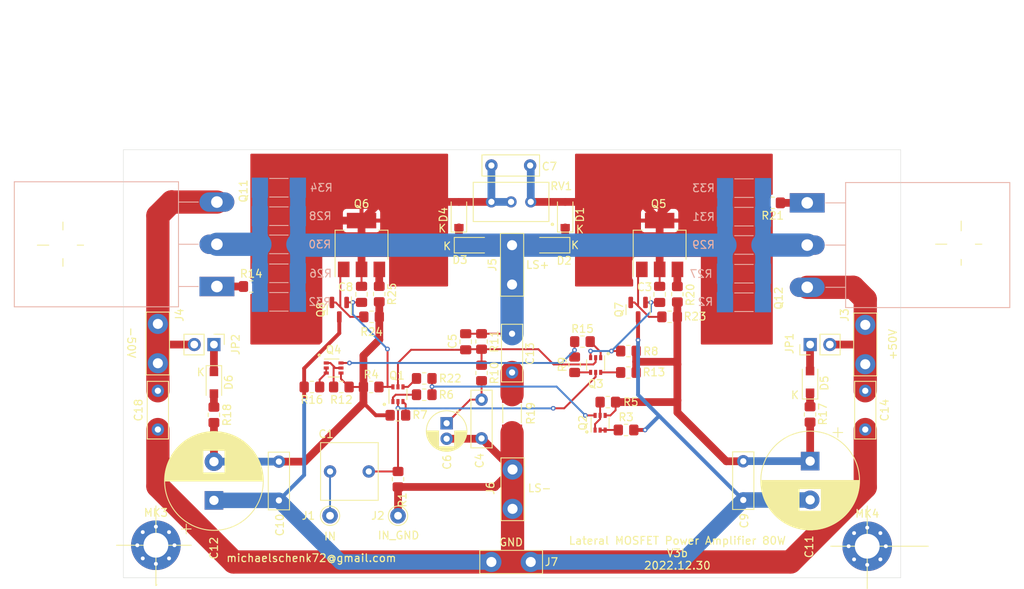
<source format=kicad_pcb>
(kicad_pcb (version 20211014) (generator pcbnew)
  (layers (0 "F.Cu" signal) (31 "B.Cu" signal) (34 "B.Paste" user) (35 "F.Paste" user) (36 "B.SilkS" user "B.Silkscreen") (37 "F.SilkS" user "F.Silkscreen") (38 "B.Mask" user) (39 "F.Mask" user) (44 "Edge.Cuts" user))
  (net 0 "")
  (net 1 "Net-(C1-Pad2)")
  (net 2 "Net-(C1-Pad1)")
  (net 3 "GND")
  (net 4 "Net-(Q4-Pad1)")
  (net 5 "Net-(C4-Pad1)")
  (net 6 "Net-(C3-Pad2)")
  (net 7 "Net-(C13-Pad1)")
  (net 8 "Net-(C3-Pad1)")
  (net 9 "Net-(C7-Pad1)")
  (net 10 "Net-(C11-Pad1)")
  (net 11 "Net-(C10-Pad2)")
  (net 12 "Net-(C13-Pad2)")
  (net 13 "Net-(D1-Pad1)")
  (net 14 "Net-(D3-Pad1)")
  (net 15 "Net-(D5-Pad1)")
  (net 16 "Net-(D6-Pad2)")
  (net 17 "Net-(D6-Pad1)")
  (net 18 "Net-(Q11-Pad1)")
  (net 19 "Net-(C14-Pad1)")
  (net 20 "Net-(Q1-Pad1)")
  (net 21 "Net-(C5-Pad2)")
  (net 22 "Net-(Q5-Pad3)")
  (net 23 "Net-(Q2-Pad2)")
  (net 24 "Net-(Q2-Pad1)")
  (net 25 "Net-(C8-Pad2)")
  (net 26 "Net-(C18-Pad2)")
  (net 27 "Net-(Q1-Pad4)")
  (net 28 "Net-(D5-Pad2)")
  (net 29 "Net-(Q3-Pad1)")
  (net 30 "Net-(Q3-Pad4)")
  (net 31 "Net-(Q3-Pad6)")
  (net 32 "Net-(Q4-Pad2)")
  (net 33 "Net-(Q4-Pad6)")
  (net 34 "Net-(Q5-Pad1)")
  (net 35 "Net-(Q6-Pad1)")
  (net 36 "Net-(Q6-Pad3)")
  (net 37 "Net-(Q12-Pad1)")
  (net 38 "Net-(Q1-Pad3)")
  (net 39 "Net-(Q2-Pad6)")
  (net 40 "Net-(Q11-Pad2)")
  (net 41 "Net-(Q12-Pad2)")
  (footprint "Resistor_SMD:R_0805_2012Metric_Pad1.20x1.40mm_HandSolder" (layer "F.Cu") (at 180.721 63.23 90)
    (fp_text reference "R20")
    (fp_text value "39R")
  )
  (footprint "Capacitor_THT:C_Rect_L7.2mm_W7.2mm_P5.00mm_FKS2_FKP2_MKS2_MKP2" (layer "F.Cu") (at 140.89 86.106 180)
    (fp_text reference "C1")
    (fp_text value "3.3uF")
  )
  (footprint "Capacitor_THT:CP_Radial_D5.0mm_P2.00mm" (layer "F.Cu") (at 150.9395 79.883 -90)
    (fp_text reference "C4")
    (fp_text value "47u/16V")
  )
  (footprint "Capacitor_SMD:C_0805_2012Metric_Pad1.18x1.45mm_HandSolder" (layer "F.Cu") (at 153.4 69.3625 -90)
    (fp_text reference "C5")
    (fp_text value "4.7pF")
  )
  (footprint "Capacitor_THT:C_Rect_L7.2mm_W2.5mm_P5.00mm_FKS2_FKP2_MKS2_MKP2" (layer "F.Cu") (at 155.448 76.835 -90)
    (fp_text reference "C6")
    (fp_text value "100n")
  )
  (footprint "Capacitor_THT:C_Rect_L7.2mm_W2.5mm_P5.00mm_FKS2_FKP2_MKS2_MKP2" (layer "F.Cu") (at 189.23 84.789 -90)
    (fp_text reference "C9")
    (fp_text value "100n")
  )
  (footprint "Capacitor_THT:CP_Radial_D12.5mm_P5.00mm" (layer "F.Cu") (at 197.866 84.7725 -90)
    (fp_text reference "C11")
    (fp_text value "220u/100V")
  )
  (footprint "Capacitor_THT:C_Rect_L7.2mm_W2.5mm_P5.00mm_FKS2_FKP2_MKS2_MKP2" (layer "F.Cu") (at 159.385 68.326 -90)
    (fp_text reference "C13")
    (fp_text value "22n")
  )
  (footprint "Diode_SMD:D_SOD-123" (layer "F.Cu") (at 166.243 52.958 90)
    (fp_text reference "D1")
    (fp_text value "1N914")
  )
  (footprint "Diode_SMD:D_SOD-123" (layer "F.Cu") (at 164.592 56.896 180)
    (fp_text reference "D2")
    (fp_text value "12V/0.5W")
  )
  (footprint "Diode_SMD:D_SOD-123" (layer "F.Cu") (at 154.178 56.896)
    (fp_text reference "D3")
    (fp_text value "1N914")
  )
  (footprint "Diode_SMD:D_SOD-123" (layer "F.Cu") (at 152.527 52.958 90)
    (fp_text reference "D4")
    (fp_text value "12V/0.5W")
  )
  (footprint "Diode_SMD:D_SOD-123F" (layer "F.Cu") (at 197.85 74.55 90)
    (fp_text reference "D5")
    (fp_text value "SM4002PL-TP")
  )
  (footprint "Connector_Pin:Pin_D1.0mm_L10.0mm" (layer "F.Cu") (at 135.89 91.821)
    (fp_text reference "J1")
    (fp_text value "Conn_01x01")
  )
  (footprint "Connector_Pin:Pin_D1.0mm_L10.0mm" (layer "F.Cu") (at 144.6657 91.821)
    (fp_text reference "J2")
    (fp_text value "Conn_01x01")
  )
  (footprint "kicad-snk:TE-726386-2_Pitch5.08mm_Drill1.3mm" (layer "F.Cu") (at 204.978 72.263 90)
    (fp_text reference "J3")
    (fp_text value "+50V")
  )
  (footprint "kicad-snk:TE-726386-2_Pitch5.08mm_Drill1.3mm" (layer "F.Cu") (at 159.385 61.976 90)
    (fp_text reference "J5")
    (fp_text value "LS+")
  )
  (footprint "kicad-snk:TE-726386-2_Pitch5.08mm_Drill1.3mm" (layer "F.Cu") (at 159.4485 85.852 -90)
    (fp_text reference "J6")
    (fp_text value "LS-")
  )
  (footprint "kicad-snk:TE-726386-2_Pitch5.08mm_Drill1.3mm" (layer "F.Cu") (at 156.718 97.79)
    (fp_text reference "J7")
    (fp_text value "GND")
  )
  (footprint "MountingHole:MountingHole_3.2mm_M3_Pad_Via" (layer "F.Cu") (at 113.411 95.631)
    (fp_text reference "MK3")
    (fp_text value "Mounting_Hole_PAD")
  )
  (footprint "MountingHole:MountingHole_3.2mm_M3_Pad_Via" (layer "F.Cu") (at 205.232 95.758)
    (fp_text reference "MK4")
    (fp_text value "Mounting_Hole_PAD")
  )
  (footprint "Resistor_SMD:R_0805_2012Metric_Pad1.20x1.40mm_HandSolder" (layer "F.Cu") (at 144.6657 87.106 -90)
    (fp_text reference "R1")
    (fp_text value "22k")
  )
  (footprint "Resistor_SMD:R_0805_2012Metric_Pad1.20x1.40mm_HandSolder" (layer "F.Cu") (at 174.1 80.75)
    (fp_text reference "R3")
    (fp_text value "22k/0.25W")
  )
  (footprint "Resistor_SMD:R_0805_2012Metric_Pad1.20x1.40mm_HandSolder" (layer "F.Cu") (at 171.75 77.15 180)
    (fp_text reference "R5")
    (fp_text value "430R")
  )
  (footprint "Resistor_SMD:R_0805_2012Metric_Pad1.20x1.40mm_HandSolder" (layer "F.Cu") (at 148.05 76.2 180)
    (fp_text reference "R6")
    (fp_text value "100R")
  )
  (footprint "Resistor_SMD:R_0805_2012Metric_Pad1.20x1.40mm_HandSolder" (layer "F.Cu") (at 155.448 73.39 -90)
    (fp_text reference "R10")
    (fp_text value "1k")
  )
  (footprint "Resistor_SMD:R_0805_2012Metric_Pad1.20x1.40mm_HandSolder" (layer "F.Cu") (at 155.448 69.326 -90)
    (fp_text reference "R11")
    (fp_text value "22k")
  )
  (footprint "Resistor_SMD:R_0805_2012Metric_Pad1.20x1.40mm_HandSolder" (layer "F.Cu") (at 125.714 62.23)
    (fp_text reference "R14")
    (fp_text value "220R")
  )
  (footprint "Resistor_SMD:R_0805_2012Metric_Pad1.20x1.40mm_HandSolder" (layer "F.Cu") (at 197.85 78.75 90)
    (fp_text reference "R17")
    (fp_text value "100R/0.25W")
  )
  (footprint "Resistor_SMD:R_MELF_MMB-0207" (layer "F.Cu") (at 159.385 78.65 -90)
    (fp_text reference "R19")
    (fp_text value "6.8R/1W")
  )
  (footprint "Resistor_SMD:R_0805_2012Metric_Pad1.20x1.40mm_HandSolder" (layer "F.Cu") (at 193.024 51.435 180)
    (fp_text reference "R21")
    (fp_text value "220R")
  )
  (footprint "Capacitor_THT:C_Rect_L7.2mm_W2.5mm_P5.00mm_FKS2_FKP2_MKS2_MKP2" (layer "F.Cu") (at 204.978 75.692 -90)
    (fp_text reference "C14")
    (fp_text value "100n")
  )
  (footprint "Resistor_SMD:R_0805_2012Metric_Pad1.20x1.40mm_HandSolder" (layer "F.Cu") (at 120.9 78.8 -90)
    (fp_text reference "R18")
    (fp_text value "100R/0.25W")
  )
  (footprint "Capacitor_THT:C_Rect_L7.2mm_W2.5mm_P5.00mm_FKS2_FKP2_MKS2_MKP2" (layer "F.Cu") (at 129.286 89.836 90)
    (fp_text reference "C10")
    (fp_text value "100n")
  )
  (footprint "Capacitor_THT:CP_Radial_D12.5mm_P5.00mm" (layer "F.Cu") (at 120.904 89.836 90)
    (fp_text reference "C12")
    (fp_text value "220u/100V")
  )
  (footprint "Resistor_SMD:R_0805_2012Metric_Pad1.20x1.40mm_HandSolder" (layer "F.Cu") (at 144.65 78.85 180)
    (fp_text reference "R7")
    (fp_text value "2k2")
  )
  (footprint "Resistor_SMD:R_0805_2012Metric_Pad1.20x1.40mm_HandSolder" (layer "F.Cu") (at 141.2 75.2 180)
    (fp_text reference "R4")
    (fp_text value "2k2")
  )
  (footprint "Package_TO_SOT_SMD:SOT-223-3_TabPin2" (layer "F.Cu") (at 178.435 56.871 90)
    (fp_text reference "Q5")
    (fp_text value "DZT5401")
  )
  (footprint "Package_TO_SOT_SMD:SOT-223-3_TabPin2" (layer "F.Cu") (at 139.954 56.871 90)
    (fp_text reference "Q6")
    (fp_text value "DZT5551")
  )
  (footprint "Package_TO_SOT_SMD:SOT-363_SC-70-6" (layer "F.Cu") (at 144.6555 76.134 90)
    (fp_text reference "Q1")
    (fp_text value "BCM856BS,115")
  )
  (footprint "Package_TO_SOT_SMD:SOT-363_SC-70-6" (layer "F.Cu") (at 170.7515 79.8195 90)
    (fp_text reference "Q2")
    (fp_text value "BCM856BS,115")
  )
  (footprint "kicad-snk:TE-726386-2_Pitch5.08mm_Drill1.3mm" (layer "F.Cu") (at 113.665 72.136 90)
    (fp_text reference "J4")
    (fp_text value "-50V")
  )
  (footprint "Capacitor_THT:C_Rect_L7.2mm_W2.5mm_P5.00mm_FKS2_FKP2_MKS2_MKP2" (layer "F.Cu") (at 113.665 80.692 90)
    (fp_text reference "C18")
    (fp_text value "100n")
  )
  (footprint "Diode_SMD:D_SOD-123F" (layer "F.Cu") (at 120.9 74.65 -90)
    (fp_text reference "D6")
    (fp_text value "SM4002PL-TP")
  )
  (footprint "Capacitor_THT:C_Rect_L7.2mm_W2.5mm_P5.00mm_FKS2_FKP2_MKS2_MKP2" (layer "F.Cu") (at 156.718 46.609)
    (fp_text reference "C7")
    (fp_text value "100n")
  )
  (footprint "Potentiometer_THT:Potentiometer_Bourns_3296W_Vertical" (layer "F.Cu") (at 161.798 51.308)
    (fp_text reference "RV1")
    (fp_text value "500R")
  )
  (footprint "Resistor_SMD:R_0805_2012Metric_Pad1.20x1.40mm_HandSolder" (layer "F.Cu") (at 137.35 75.2 180)
    (fp_text reference "R12")
    (fp_text value "430R")
  )
  (footprint "Resistor_SMD:R_0805_2012Metric_Pad1.20x1.40mm_HandSolder" (layer "F.Cu") (at 167.4622 72.3298 -90)
    (fp_text reference "R9")
    (fp_text value "100R")
  )
  (footprint "Package_TO_SOT_SMD:SOT-363_SC-70-6" (layer "F.Cu") (at 170.1742 72.3646 -90)
    (fp_text reference "Q3")
    (fp_text value "BCM846BS,115")
  )
  (footprint "Resistor_SMD:R_0805_2012Metric_Pad1.20x1.40mm_HandSolder" (layer "F.Cu") (at 148.05 74.1 180)
    (fp_text reference "R22")
    (fp_text value "100R")
  )
  (footprint "Connector_PinHeader_2.54mm:PinHeader_1x02_P2.54mm_Vertical" (layer "F.Cu") (at 120.904 69.723 -90)
    (fp_text reference "JP2")
    (fp_text value "Jump")
  )
  (footprint "Resistor_SMD:R_0805_2012Metric_Pad1.20x1.40mm_HandSolder" (layer "F.Cu") (at 168.4688 69.342)
    (fp_text reference "R15")
    (fp_text value "100R")
  )
  (footprint "Resistor_SMD:R_0805_2012Metric_Pad1.20x1.40mm_HandSolder" (layer "F.Cu") (at 141.25 66.15)
    (fp_text reference "R24")
    (fp_text value "2k2")
  )
  (footprint "Package_TO_SOT_SMD:SOT-23" (layer "F.Cu") (at 175.6562 65.2249 -90)
    (fp_text reference "Q7")
    (fp_text value "BC856B")
  )
  (footprint "Resistor_SMD:R_0805_2012Metric_Pad1.20x1.40mm_HandSolder" (layer "F.Cu") (at 142.24 63.2046 -90)
    (fp_text reference "R25")
    (fp_text value "39R")
  )
  (footprint "Connector_PinHeader_2.54mm:PinHeader_1x02_P2.54mm_Vertical" (layer "F.Cu") (at 197.866 69.723 90)
    (fp_text reference "JP1")
    (fp_text value "Jump")
  )
  (footprint "Capacitor_SMD:C_0805_2012Metric_Pad1.18x1.45mm_HandSolder" (layer "F.Cu") (at 139.954 63.2421 -90)
    (fp_text reference "C8")
    (fp_text value "18p")
  )
  (footprint "Package_TO_SOT_SMD:SOT-363_SC-70-6" (layer "F.Cu") (at 136.35 72.75)
    (fp_text reference "Q4")
    (fp_text value "BCM846BS,115")
  )
  (footprint "Package_TO_SOT_SMD:SOT-23" (layer "F.Cu") (at 137.0838 65.2272 -90)
    (fp_text reference "Q8")
    (fp_text value "BC846B")
  )
  (footprint "Resistor_SMD:R_0805_2012Metric_Pad1.20x1.40mm_HandSolder" (layer "F.Cu") (at 174.4058 73.3298)
    (fp_text reference "R13")
    (fp_text value "2k2")
  )
  (footprint "Resistor_SMD:R_0805_2012Metric_Pad1.20x1.40mm_HandSolder" (layer "F.Cu") (at 174.4058 70.5612)
    (fp_text reference "R8")
    (fp_text value "2k2")
  )
  (footprint "Resistor_SMD:R_0805_2012Metric_Pad1.20x1.40mm_HandSolder" (layer "F.Cu") (at 133.55 75.2 180)
    (fp_text reference "R16")
    (fp_text value "22k/0.25W")
  )
  (footprint "Capacitor_SMD:C_0805_2012Metric_Pad1.18x1.45mm_HandSolder" (layer "F.Cu") (at 178.435 63.2499 -90)
    (fp_text reference "C3")
    (fp_text value "18p")
  )
  (footprint "Resistor_SMD:R_0805_2012Metric_Pad1.20x1.40mm_HandSolder" (layer "F.Cu") (at 179.725 66.15 180)
    (fp_text reference "R23")
    (fp_text value "2k2")
  )
  (footprint "Package_TO_SOT_THT:TO-247-3_Horizontal_TabUp" (layer "B.Cu") (at 121.285 62.23 90)
    (fp_text reference "Q11")
    (fp_text value "ECX10P20")
  )
  (footprint "Package_TO_SOT_THT:TO-247-3_Horizontal_TabUp" (layer "B.Cu") (at 197.485 51.435 -90)
    (fp_text reference "Q12")
    (fp_text value "ECX10N20")
  )
  (footprint "Resistor_SMD:R_MELF_MMB-0207" (layer "B.Cu") (at 189.32 64.262 180)
    (fp_text reference "R2")
    (fp_text value "1R")
  )
  (footprint "Resistor_SMD:R_MELF_MMB-0207" (layer "B.Cu") (at 129.286 56.7944 180)
    (fp_text reference "R30")
    (fp_text value "1R")
  )
  (footprint "Resistor_SMD:R_MELF_MMB-0207" (layer "B.Cu") (at 129.286 53.1524 180)
    (fp_text reference "R28")
    (fp_text value "1R")
  )
  (footprint "Resistor_SMD:R_MELF_MMB-0207" (layer "B.Cu") (at 129.286 64.2112 180)
    (fp_text reference "R32")
    (fp_text value "1R")
  )
  (footprint "Resistor_SMD:R_MELF_MMB-0207" (layer "B.Cu") (at 189.32 60.579 180)
    (fp_text reference "R27")
    (fp_text value "1R")
  )
  (footprint "Resistor_SMD:R_MELF_MMB-0207" (layer "B.Cu") (at 189.32 56.8706 180)
    (fp_text reference "R29")
    (fp_text value "1R")
  )
  (footprint "Resistor_SMD:R_MELF_MMB-0207" (layer "B.Cu") (at 189.3316 49.53 180)
    (fp_text reference "R33")
    (fp_text value "1R")
  )
  (footprint "Resistor_SMD:R_MELF_MMB-0207" (layer "B.Cu") (at 189.32 53.213 180)
    (fp_text reference "R31")
    (fp_text value "1R")
  )
  (footprint "Resistor_SMD:R_MELF_MMB-0207" (layer "B.Cu") (at 129.286 49.4792 180)
    (fp_text reference "R34")
    (fp_text value "1R")
  )
  (footprint "Resistor_SMD:R_MELF_MMB-0207" (layer "B.Cu") (at 129.2838 60.5282 180)
    (fp_text reference "R26")
    (fp_text value "1R")
  )
  (gr_line (start 98.1075 56.896) (end 104.0765 56.896) (layer "F.SilkS") (width 0.12))
  (gr_line (start 101.4095 53.9115) (end 101.4095 59.6265) (layer "F.SilkS") (width 0.12))
  (gr_line (start 213.106 95.758) (end 200.533 95.758) (layer "F.SilkS") (width 0.12))
  (gr_line (start 117.983 95.631) (end 108.331 95.631) (layer "F.SilkS") (width 0.12))
  (gr_line (start 205.232 101.219) (end 205.232 90.551) (layer "F.SilkS") (width 0.12))
  (gr_line (start 217.3605 53.7845) (end 217.3605 59.4995) (layer "F.SilkS") (width 0.12))
  (gr_line (start 214.0585 56.769) (end 220.0275 56.769) (layer "F.SilkS") (width 0.12))
  (gr_line (start 113.411 90.551) (end 113.411 100.838) (layer "F.SilkS") (width 0.12))
  (gr_line (start 113.411 100.838) (end 113.538 100.711) (layer "F.SilkS") (width 0.12))
  (gr_line (start 109.22 99.822) (end 209.55 99.822) (layer "Edge.Cuts") (width 0.05))
  (gr_line (start 109.22 44.577) (end 109.22 99.822) (layer "Edge.Cuts") (width 0.05))
  (gr_line (start 209.55 44.577) (end 209.55 99.822) (layer "Edge.Cuts") (width 0.05))
  (gr_line (start 109.22 44.577) (end 209.55 44.577) (layer "Edge.Cuts") (width 0.05))
  (gr_text "GND" (at 159.258 95.25) (layer "F.SilkS") (effects (font (size 1 1))))
  (gr_text "-50V" (at 110.236 69.469 -90) (layer "F.SilkS") (effects (font (size 1 1))))
  (gr_text "°" (at 164.592 54.61) (layer "F.SilkS") (effects (font (size 1 1))))
  (gr_text "°" (at 169.037 81.407) (layer "F.SilkS") (effects (font (size 1 1))))
  (gr_text "°" (at 142.9 77.85) (layer "F.SilkS") (effects (font (size 1 1))))
  (gr_text "IN" (at 135.89 94.488) (layer "F.SilkS") (effects (font (size 1 1))))
  (gr_text "LS+" (at 162.687 59.436) (layer "F.SilkS") (effects (font (size 1 1))))
  (gr_text "K" (at 119.2 73.3) (layer "F.SilkS") (effects (font (size 1 1))))
  (gr_text "+50V" (at 208.534 69.723 90) (layer "F.SilkS") (effects (font (size 1 1))))
  (gr_text "IN_GND" (at 144.7292 94.361) (layer "F.SilkS") (effects (font (size 1 1))))
  (gr_text "°" (at 171.8 71.3) (layer "F.SilkS") (effects (font (size 1 1))))
  (gr_text "K" (at 167.513 56.896) (layer "F.SilkS") (effects (font (size 1 1))))
  (gr_text "°" (at 134.5 71.5) (layer "F.SilkS") (effects (font (size 1 1))))
  (gr_text "michaelschenk72@gmail.com" (at 133.477 97.282) (layer "F.SilkS") (effects (font (size 1 1))))
  (gr_text "K" (at 195.9 76.25) (layer "F.SilkS") (effects (font (size 1 1))))
  (gr_text "K" (at 151.003 57.023) (layer "F.SilkS") (effects (font (size 1 1))))
  (gr_text "Lateral MOSFET Power Amplifier 80W\nV3b\n2022.12.30" (at 180.721 96.647) (layer "F.SilkS") (effects (font (size 1 1))))
  (gr_text "K" (at 168.148 54.864) (layer "F.SilkS") (effects (font (size 1 1))))
  (gr_text "K" (at 150.368 54.737) (layer "F.SilkS") (effects (font (size 1 1))))
  (gr_text "LS-" (at 162.941 88.265) (layer "F.SilkS") (effects (font (size 1 1))))
  (segment (start 135.89 91.821) (end 135.89 86.106) (width 0.25) (layer "B.Cu") (net 1))
  (segment (start 170.1742 73.3146) (end 170.1742 73.8896) (width 0.25) (layer "F.Cu") (net 2))
  (segment (start 144.6657 77.9547) (end 144.6555 77.9445) (width 0.25) (layer "F.Cu") (net 2))
  (segment (start 144.6657 86.106) (end 144.6657 77.9547) (width 0.25) (layer "F.Cu") (net 2))
  (segment (start 144.6555 77.084) (end 144.6555 77.9445) (width 0.25) (layer "F.Cu") (net 2))
  (segment (start 166.1138 77.95) (end 164.7 77.95) (width 0.25) (layer "F.Cu") (net 2))
  (segment (start 144.6657 86.106) (end 140.89 86.106) (width 0.25) (layer "F.Cu") (net 2))
  (segment (start 170.1742 73.8896) (end 166.1138 77.95) (width 0.25) (layer "F.Cu") (net 2))
  (via (at 144.6555 77.9445) (size 0.6) (drill 0.3) (layers "F.Cu" "B.Cu") (net 2))
  (via (at 164.7 77.95) (size 0.6) (drill 0.3) (layers "F.Cu" "B.Cu") (net 2))
  (segment (start 144.6555 77.9445) (end 144.670511 77.959511) (width 0.25) (layer "B.Cu") (net 2))
  (segment (start 144.670511 77.959511) (end 164.690489 77.959511) (width 0.25) (layer "B.Cu") (net 2))
  (segment (start 164.690489 77.959511) (end 164.7 77.95) (width 0.25) (layer "B.Cu") (net 2))
  (segment (start 137.0838 68.2662) (end 137.0838 66.1647) (width 0.5) (layer "F.Cu") (net 3))
  (segment (start 150.9395 81.883) (end 155.4 81.883) (width 1) (layer "F.Cu") (net 3))
  (segment (start 204.978 88.138) (end 204.978 80.692) (width 3) (layer "F.Cu") (net 3))
  (segment (start 195.326 97.79) (end 204.978 88.138) (width 3) (layer "F.Cu") (net 3))
  (segment (start 159.4485 90.932) (end 159.4485 85.852) (width 3) (layer "F.Cu") (net 3))
  (segment (start 159.893 97.79) (end 161.798 97.79) (width 3) (layer "F.Cu") (net 3))
  (segment (start 176.55 80.75) (end 175.1 80.75) (width 0.5) (layer "F.Cu") (net 3))
  (segment (start 161.798 97.79) (end 195.326 97.79) (width 3) (layer "F.Cu") (net 3))
  (segment (start 159.4485 85.8355) (end 155.448 81.835) (width 1) (layer "F.Cu") (net 3))
  (segment (start 123.444 97.79) (end 113.665 88.011) (width 3) (layer "F.Cu") (net 3))
  (segment (start 156.718 97.79) (end 159.893 97.79) (width 3) (layer "F.Cu") (net 3))
  (segment (start 156.718 97.79) (end 123.444 97.79) (width 3) (layer "F.Cu") (net 3))
  (segment (start 132.55 76.9) (end 132.55 75.2) (width 0.5) (layer "F.Cu") (net 3))
  (segment (start 132.55 72.8) (end 137.0838 68.2662) (width 0.5) (layer "F.Cu") (net 3))
  (segment (start 144.6657 88.106) (end 157.1945 88.106) (width 1) (layer "F.Cu") (net 3))
  (segment (start 132.55 75.2) (end 132.55 72.8) (width 0.5) (layer "F.Cu") (net 3))
  (segment (start 159.385 81.1) (end 159.385 85.7885) (width 3) (layer "F.Cu") (net 3))
  (segment (start 113.665 88.011) (end 113.665 80.692) (width 3) (layer "F.Cu") (net 3))
  (segment (start 144.6657 91.821) (end 144.6657 88.106) (width 1) (layer "F.Cu") (net 3))
  (segment (start 175.65 69.15) (end 175.65 66.1686) (width 0.5) (layer "F.Cu") (net 3))
  (segment (start 159.4485 90.932) (end 159.4485 97.3455) (width 3) (layer "F.Cu") (net 3))
  (segment (start 157.1945 88.106) (end 159.4485 85.852) (width 1) (layer "F.Cu") (net 3))
  (segment (start 159.4485 97.3455) (end 159.893 97.79) (width 3) (layer "F.Cu") (net 3))
  (segment (start 159.385 85.7885) (end 159.4485 85.852) (width 3) (layer "F.Cu") (net 3))
  (via (at 175.65 69.15) (size 0.6) (drill 0.3) (layers "F.Cu" "B.Cu") (net 3))
  (via (at 132.55 76.9) (size 0.6) (drill 0.3) (layers "F.Cu" "B.Cu") (net 3))
  (via (at 176.55 80.75) (size 0.6) (drill 0.3) (layers "F.Cu" "B.Cu") (net 3))
  (segment (start 132.55 86.572) (end 132.55 76.9) (width 0.5) (layer "B.Cu") (net 3))
  (segment (start 175.65 76.209) (end 175.65 69.15) (width 0.5) (layer "B.Cu") (net 3))
  (segment (start 178.4455 79.0045) (end 178.2955 79.0045) (width 0.5) (layer "B.Cu") (net 3))
  (segment (start 178.2955 79.0045) (end 176.55 80.75) (width 0.5) (layer "B.Cu") (net 3))
  (segment (start 175.65 76.209) (end 178.4455 79.0045) (width 0.5) (layer "B.Cu") (net 3))
  (segment (start 181.229 97.79) (end 189.23 89.789) (width 2) (layer "B.Cu") (net 3))
  (segment (start 129.286 89.836) (end 132.55 86.572) (width 0.5) (layer "B.Cu") (net 3))
  (segment (start 137.24 97.79) (end 129.286 89.836) (width 2) (layer "B.Cu") (net 3))
  (segment (start 189.23 89.789) (end 197.8495 89.789) (width 2) (layer "B.Cu") (net 3))
  (segment (start 156.718 97.79) (end 137.24 97.79) (width 2) (layer "B.Cu") (net 3))
  (segment (start 129.286 89.836) (end 120.904 89.836) (width 2) (layer "B.Cu") (net 3))
  (segment (start 161.798 97.79) (end 181.229 97.79) (width 2) (layer "B.Cu") (net 3))
  (segment (start 178.4455 79.0045) (end 189.23 89.789) (width 0.5) (layer "B.Cu") (net 3))
  (segment (start 136.362011 72.537989) (end 135.924022 72.1) (width 0.25) (layer "F.Cu") (net 4))
  (segment (start 136.35 72.55) (end 136.362011 72.537989) (width 0.25) (layer "F.Cu") (net 4))
  (segment (start 135.924022 72.1) (end 135.4 72.1) (width 0.25) (layer "F.Cu") (net 4))
  (segment (start 136.35 75.2) (end 136.35 72.55) (width 0.25) (layer "F.Cu") (net 4))
  (segment (start 137.3 72.75) (end 136.574022 72.75) (width 0.25) (layer "F.Cu") (net 4))
  (segment (start 136.574022 72.75) (end 136.362011 72.537989) (width 0.25) (layer "F.Cu") (net 4))
  (segment (start 155.448 76.835) (end 153.9875 76.835) (width 0.25) (layer "F.Cu") (net 5))
  (segment (start 153.9875 76.835) (end 150.9395 79.883) (width 0.25) (layer "F.Cu") (net 5))
  (segment (start 155.448 76.835) (end 155.448 74.39) (width 0.25) (layer "F.Cu") (net 5))
  (segment (start 172.212 70.5612) (end 173.4058 70.5612) (width 0.25) (layer "F.Cu") (net 6))
  (segment (start 169.5242 70.5658) (end 169.5196 70.5612) (width 0.25) (layer "F.Cu") (net 6))
  (segment (start 169.5242 71.4146) (end 169.5242 70.5658) (width 0.25) (layer "F.Cu") (net 6))
  (segment (start 177.3126 64.2874) (end 176.6062 64.2874) (width 0.25) (layer "F.Cu") (net 6))
  (segment (start 178.435 64.2874) (end 177.3126 64.2874) (width 0.25) (layer "F.Cu") (net 6))
  (via (at 177.3126 64.2874) (size 0.6) (drill 0.3) (layers "F.Cu" "B.Cu") (net 6))
  (via (at 169.5196 70.5612) (size 0.6) (drill 0.3) (layers "F.Cu" "B.Cu") (net 6))
  (via (at 172.212 70.5612) (size 0.6) (drill 0.3) (layers "F.Cu" "B.Cu") (net 6))
  (segment (start 169.5196 70.5612) (end 172.212 70.5612) (width 0.25) (layer "B.Cu") (net 6))
  (segment (start 172.212 70.5612) (end 177.3126 65.4606) (width 0.25) (layer "B.Cu") (net 6))
  (segment (start 177.3126 65.4606) (end 177.3126 64.2874) (width 0.25) (layer "B.Cu") (net 6))
  (segment (start 155.448 68.326) (end 153.401 68.326) (width 0.25) (layer "F.Cu") (net 7))
  (segment (start 162.942 56.896) (end 159.385 56.896) (width 1) (layer "F.Cu") (net 7))
  (segment (start 159.385 68.326) (end 155.448 68.326) (width 0.25) (layer "F.Cu") (net 7))
  (segment (start 155.828 56.896) (end 159.385 56.896) (width 1) (layer "F.Cu") (net 7))
  (segment (start 131.8376 56.896) (end 131.736 56.7944) (width 3) (layer "B.Cu") (net 7))
  (segment (start 186.87 64.262) (end 186.87 49.5416) (width 2) (layer "B.Cu") (net 7))
  (segment (start 131.736 64.2112) (end 131.736 49.4792) (width 2) (layer "B.Cu") (net 7))
  (segment (start 159.385 61.976) (end 159.385 56.896) (width 3) (layer "B.Cu") (net 7))
  (segment (start 159.385 56.896) (end 131.8376 56.896) (width 3) (layer "B.Cu") (net 7))
  (segment (start 186.8446 56.896) (end 186.87 56.8706) (width 3) (layer "B.Cu") (net 7))
  (segment (start 159.385 68.326) (end 159.385 61.976) (width 3) (layer "B.Cu") (net 7))
  (segment (start 159.385 56.896) (end 186.8446 56.896) (width 3) (layer "B.Cu") (net 7))
  (segment (start 178.435 60.021) (end 178.435 53.721) (width 1) (layer "F.Cu") (net 8))
  (segment (start 178.435 52.959) (end 178.435 53.721) (width 1) (layer "F.Cu") (net 8))
  (segment (start 179.959 51.435) (end 178.435 52.959) (width 1) (layer "F.Cu") (net 8))
  (segment (start 166.243 51.308) (end 176.022 51.308) (width 1) (layer "F.Cu") (net 8))
  (segment (start 192.024 51.435) (end 179.959 51.435) (width 1) (layer "F.Cu") (net 8))
  (segment (start 178.435 62.2124) (end 178.435 60.021) (width 0.25) (layer "F.Cu") (net 8))
  (segment (start 166.243 51.308) (end 161.798 51.308) (width 1) (layer "F.Cu") (net 8))
  (segment (start 176.022 51.308) (end 178.435 53.721) (width 1) (layer "F.Cu") (net 8))
  (segment (start 161.798 51.308) (end 161.798 46.689) (width 1) (layer "B.Cu") (net 8))
  (segment (start 128.27 62.23) (end 126.714 62.23) (width 1) (layer "F.Cu") (net 9))
  (segment (start 139.954 60.021) (end 139.954 53.721) (width 1) (layer "F.Cu") (net 9))
  (segment (start 156.718 51.308) (end 152.527 51.308) (width 1) (layer "F.Cu") (net 9))
  (segment (start 136.779 53.721) (end 128.27 62.23) (width 1) (layer "F.Cu") (net 9))
  (segment (start 139.954 62.2046) (end 139.954 60.021) (width 0.25) (layer "F.Cu") (net 9))
  (segment (start 152.527 51.308) (end 142.367 51.308) (width 1) (layer "F.Cu") (net 9))
  (segment (start 142.367 51.308) (end 139.954 53.721) (width 1) (layer "F.Cu") (net 9))
  (segment (start 139.954 53.721) (end 136.779 53.721) (width 1) (layer "F.Cu") (net 9))
  (segment (start 159.258 51.308) (end 156.718 51.308) (width 1) (layer "B.Cu") (net 9))
  (segment (start 156.718 51.308) (end 156.718 46.609) (width 1) (layer "B.Cu") (net 9))
  (segment (start 180.5 77.15) (end 180.725 76.925) (width 1) (layer "F.Cu") (net 10))
  (segment (start 187.039 84.789) (end 189.23 84.789) (width 1) (layer "F.Cu") (net 10))
  (segment (start 175.4058 71.9442) (end 175.4058 70.5612) (width 1) (layer "F.Cu") (net 10))
  (segment (start 180.725 72.275) (end 180.725 76.925) (width 1) (layer "F.Cu") (net 10))
  (segment (start 172.0805 78.8695) (end 171.4015 78.8695) (width 0.25) (layer "F.Cu") (net 10))
  (segment (start 172.75 78.2) (end 172.0805 78.8695) (width 0.25) (layer "F.Cu") (net 10))
  (segment (start 180.725 66.15) (end 180.725 64.234) (width 1) (layer "F.Cu") (net 10))
  (segment (start 180.725 66.15) (end 180.725 72.275) (width 1) (layer "F.Cu") (net 10))
  (segment (start 197.866 84.7725) (end 197.866 79.766) (width 1) (layer "F.Cu") (net 10))
  (segment (start 180.3942 71.9442) (end 180.725 72.275) (width 1) (layer "F.Cu") (net 10))
  (segment (start 180.725 76.925) (end 180.725 78.475) (width 1) (layer "F.Cu") (net 10))
  (segment (start 172.75 77.15) (end 172.75 78.2) (width 0.25) (layer "F.Cu") (net 10))
  (segment (start 180.725 78.475) (end 187.039 84.789) (width 1) (layer "F.Cu") (net 10))
  (segment (start 175.4058 71.9442) (end 180.3942 71.9442) (width 1) (layer "F.Cu") (net 10))
  (segment (start 172.75 77.15) (end 180.5 77.15) (width 1) (layer "F.Cu") (net 10))
  (segment (start 175.4058 73.3298) (end 175.4058 71.9442) (width 1) (layer "F.Cu") (net 10))
  (segment (start 197.866 84.7725) (end 189.2465 84.7725) (width 1) (layer "B.Cu") (net 10))
  (segment (start 137.3 74.15) (end 138.35 75.2) (width 0.25) (layer "F.Cu") (net 11))
  (segment (start 137.3 73.4) (end 137.3 74.15) (width 0.25) (layer "F.Cu") (net 11))
  (segment (start 140.2 75.2) (end 138.35 75.2) (width 0.25) (layer "F.Cu") (net 11))
  (segment (start 132.614 84.836) (end 140.2 77.25) (width 1) (layer "F.Cu") (net 11))
  (segment (start 142.25 69.1) (end 142.25 66.15) (width 1) (layer "F.Cu") (net 11))
  (segment (start 120.904 84.836) (end 120.904 79.804) (width 1) (layer "F.Cu") (net 11))
  (segment (start 141.8 78.85) (end 140.2 77.25) (width 0.5) (layer "F.Cu") (net 11))
  (segment (start 140.2 75.2) (end 140.2 71.15) (width 1) (layer "F.Cu") (net 11))
  (segment (start 142.25 66.15) (end 142.25 64.2146) (width 1) (layer "F.Cu") (net 11))
  (segment (start 140.2 77.25) (end 140.2 75.2) (width 1) (layer "F.Cu") (net 11))
  (segment (start 143.65 78.85) (end 141.8 78.85) (width 0.5) (layer "F.Cu") (net 11))
  (segment (start 129.286 84.836) (end 132.614 84.836) (width 1) (layer "F.Cu") (net 11))
  (segment (start 140.2 71.15) (end 142.25 69.1) (width 1) (layer "F.Cu") (net 11))
  (segment (start 129.286 84.836) (end 120.904 84.836) (width 1) (layer "B.Cu") (net 11))
  (segment (start 159.385 73.326) (end 159.385 76.2) (width 3) (layer "F.Cu") (net 12))
  (segment (start 166.243 56.895) (end 166.242 56.896) (width 1) (layer "F.Cu") (net 13))
  (segment (start 166.243 54.608) (end 166.243 56.895) (width 1) (layer "F.Cu") (net 13))
  (segment (start 152.528 56.896) (end 152.528 54.609) (width 1) (layer "F.Cu") (net 14))
  (segment (start 152.528 54.609) (end 152.527 54.608) (width 1) (layer "F.Cu") (net 14))
  (segment (start 197.85 77.75) (end 197.85 75.95) (width 1) (layer "F.Cu") (net 15))
  (segment (start 120.9 77.8) (end 120.9 76.05) (width 1) (layer "F.Cu") (net 16))
  (segment (start 120.9 73.25) (end 120.9 69.727) (width 1) (layer "F.Cu") (net 17))
  (segment (start 121.285 62.23) (end 124.714 62.23) (width 1) (layer "F.Cu") (net 18))
  (segment (start 204.978 67.183) (end 204.978 63.881) (width 3) (layer "F.Cu") (net 19))
  (segment (start 200.406 69.723) (end 204.978 69.723) (width 1) (layer "F.Cu") (net 19))
  (segment (start 203.432 62.335) (end 197.485 62.335) (width 3) (layer "F.Cu") (net 19))
  (segment (start 204.978 75.692) (end 204.978 72.263) (width 3) (layer "F.Cu") (net 19))
  (segment (start 204.978 72.263) (end 204.978 69.723) (width 3) (layer "F.Cu") (net 19))
  (segment (start 204.978 63.881) (end 203.432 62.335) (width 3) (layer "F.Cu") (net 19))
  (segment (start 204.978 69.723) (end 204.978 67.183) (width 3) (layer "F.Cu") (net 19))
  (segment (start 144.365478 76.2) (end 144.0055 76.559978) (width 0.25) (layer "F.Cu") (net 20))
  (segment (start 147.05 76.2) (end 144.365478 76.2) (width 0.25) (layer "F.Cu") (net 20))
  (segment (start 144.0055 76.559978) (end 144.0055 77.084) (width 0.25) (layer "F.Cu") (net 20))
  (segment (start 162.782 70.326) (end 155.448 70.326) (width 0.25) (layer "F.Cu") (net 21))
  (segment (start 155.448 72.39) (end 155.448 70.326) (width 0.25) (layer "F.Cu") (net 21))
  (segment (start 170.1742 71.9896) (end 169.8754 72.2884) (width 0.25) (layer "F.Cu") (net 21))
  (segment (start 169.8754 72.2884) (end 164.7444 72.2884) (width 0.25) (layer "F.Cu") (net 21))
  (segment (start 155.448 70.326) (end 153.474 70.326) (width 0.25) (layer "F.Cu") (net 21))
  (segment (start 170.1742 71.4146) (end 170.1742 71.9896) (width 0.25) (layer "F.Cu") (net 21))
  (segment (start 164.7444 72.2884) (end 162.782 70.326) (width 0.25) (layer "F.Cu") (net 21))
  (segment (start 144.6555 75.184) (end 144.6555 72.0945) (width 0.25) (layer "F.Cu") (net 21))
  (segment (start 144.6555 72.0945) (end 146.35 70.4) (width 0.25) (layer "F.Cu") (net 21))
  (segment (start 153.4 70.4) (end 146.35 70.4) (width 0.25) (layer "F.Cu") (net 21))
  (segment (start 180.721 62.23) (end 180.721 60.035) (width 1) (layer "F.Cu") (net 22))
  (segment (start 173.1 80.75) (end 171.421 80.75) (width 0.25) (layer "F.Cu") (net 23))
  (segment (start 170.7515 80.7695) (end 171.4015 80.7695) (width 0.25) (layer "F.Cu") (net 23))
  (segment (start 170.7515 79.329502) (end 170.7515 78.8695) (width 0.25) (layer "F.Cu") (net 24))
  (segment (start 170.7515 78.8695) (end 170.7515 77.1515) (width 0.25) (layer "F.Cu") (net 24))
  (segment (start 170.1015 80.7695) (end 170.1015 79.979502) (width 0.25) (layer "F.Cu") (net 24))
  (segment (start 170.1015 79.979502) (end 170.7515 79.329502) (width 0.25) (layer "F.Cu") (net 24))
  (segment (start 144.0055 75.184) (end 143.316 75.184) (width 0.25) (layer "F.Cu") (net 25))
  (segment (start 143.316 75.184) (end 143.316 70.316) (width 0.25) (layer "F.Cu") (net 25))
  (segment (start 139.954 64.2796) (end 138.8204 64.2796) (width 0.25) (layer "F.Cu") (net 25))
  (segment (start 143.316 75.184) (end 142.216 75.184) (width 0.25) (layer "F.Cu") (net 25))
  (segment (start 143.316 70.316) (end 143.3 70.3) (width 0.25) (layer "F.Cu") (net 25))
  (segment (start 138.8204 64.2796) (end 138.0439 64.2796) (width 0.25) (layer "F.Cu") (net 25))
  (via (at 143.3 70.3) (size 0.6) (drill 0.3) (layers "F.Cu" "B.Cu") (net 25))
  (via (at 138.8204 64.2796) (size 0.6) (drill 0.3) (layers "F.Cu" "B.Cu") (net 25))
  (segment (start 138.8204 65.8204) (end 138.8204 64.2796) (width 0.25) (layer "B.Cu") (net 25))
  (segment (start 143.3 70.3) (end 138.8204 65.8204) (width 0.25) (layer "B.Cu") (net 25))
  (segment (start 118.364 69.723) (end 114.173 69.723) (width 1) (layer "F.Cu") (net 26))
  (segment (start 113.665 67.056) (end 113.665 53.086) (width 3) (layer "F.Cu") (net 26))
  (segment (start 113.665 53.086) (end 115.443 51.308) (width 3) (layer "F.Cu") (net 26))
  (segment (start 113.665 69.215) (end 113.665 67.056) (width 3) (layer "F.Cu") (net 26))
  (segment (start 113.665 75.692) (end 113.665 72.136) (width 3) (layer "F.Cu") (net 26))
  (segment (start 114.173 69.723) (end 113.665 69.215) (width 1) (layer "F.Cu") (net 26))
  (segment (start 115.465 51.33) (end 121.285 51.33) (width 3) (layer "F.Cu") (net 26))
  (segment (start 115.443 51.308) (end 115.465 51.33) (width 3) (layer "F.Cu") (net 26))
  (segment (start 113.665 72.136) (end 113.665 69.215) (width 3) (layer "F.Cu") (net 26))
  (segment (start 145.3055 75.184) (end 145.966 75.184) (width 0.25) (layer "F.Cu") (net 27))
  (segment (start 145.966 75.184) (end 147.05 74.1) (width 0.25) (layer "F.Cu") (net 27))
  (segment (start 197.85 73.15) (end 197.85 69.739) (width 1) (layer "F.Cu") (net 28))
  (segment (start 170.8242 70.6974) (end 169.4688 69.342) (width 0.25) (layer "F.Cu") (net 29))
  (segment (start 170.8242 71.4146) (end 170.8242 70.6974) (width 0.25) (layer "F.Cu") (net 29))
  (segment (start 169.5242 73.3146) (end 167.4774 73.3146) (width 0.25) (layer "F.Cu") (net 30))
  (segment (start 173.3906 73.3146) (end 170.8242 73.3146) (width 0.25) (layer "F.Cu") (net 31))
  (segment (start 134.55 75.2) (end 134.55 74.25) (width 0.25) (layer "F.Cu") (net 32))
  (segment (start 134.55 74.25) (end 135.4 73.4) (width 0.25) (layer "F.Cu") (net 32))
  (segment (start 135.4 73.4) (end 135.4 72.75) (width 0.25) (layer "F.Cu") (net 32))
  (segment (start 167.45 70.45) (end 167.45 69.3608) (width 0.25) (layer "F.Cu") (net 33))
  (segment (start 167.45 70.45) (end 167.45 71.3176) (width 0.25) (layer "F.Cu") (net 33))
  (segment (start 137.3 72.1) (end 138.4 72.1) (width 0.25) (layer "F.Cu") (net 33))
  (via (at 138.4 72.1) (size 0.6) (drill 0.3) (layers "F.Cu" "B.Cu") (net 33))
  (via (at 167.45 70.45) (size 0.6) (drill 0.3) (layers "F.Cu" "B.Cu") (net 33))
  (segment (start 165.8 72.1) (end 167.45 70.45) (width 0.25) (layer "B.Cu") (net 33))
  (segment (start 138.4 72.1) (end 165.8 72.1) (width 0.25) (layer "B.Cu") (net 33))
  (segment (start 177.052372 66.15) (end 175.651186 64.748814) (width 0.25) (layer "F.Cu") (net 34))
  (segment (start 175.189772 64.2874) (end 174.7062 64.2874) (width 0.25) (layer "F.Cu") (net 34))
  (segment (start 175.651186 64.748814) (end 175.189772 64.2874) (width 0.25) (layer "F.Cu") (net 34))
  (segment (start 175.651186 64.748814) (end 175.651186 60.504814) (width 0.25) (layer "F.Cu") (net 34))
  (segment (start 178.725 66.15) (end 177.052372 66.15) (width 0.25) (layer "F.Cu") (net 34))
  (segment (start 140.25 66.15) (end 138.485528 66.15) (width 0.25) (layer "F.Cu") (net 35))
  (segment (start 138.485528 66.15) (end 137.217764 64.882236) (width 0.25) (layer "F.Cu") (net 35))
  (segment (start 137.217764 64.882236) (end 136.625228 64.2897) (width 0.25) (layer "F.Cu") (net 35))
  (segment (start 137.217764 60.457236) (end 137.217764 64.882236) (width 0.25) (layer "F.Cu") (net 35))
  (segment (start 136.625228 64.2897) (end 136.1338 64.2897) (width 0.25) (layer "F.Cu") (net 35))
  (segment (start 142.24 62.2046) (end 142.24 60.035) (width 1) (layer "F.Cu") (net 36))
  (segment (start 197.485 51.435) (end 194.024 51.435) (width 1) (layer "F.Cu") (net 37))
  (segment (start 145.65 77.4285) (end 145.3055 77.084) (width 0.25) (layer "F.Cu") (net 38))
  (segment (start 145.65 78.85) (end 145.65 77.4285) (width 0.25) (layer "F.Cu") (net 38))
  (segment (start 170.1015 78.8695) (end 168.849 78.8695) (width 0.25) (layer "F.Cu") (net 39))
  (segment (start 149.05 75.15) (end 149.05 74.15) (width 0.25) (layer "F.Cu") (net 39))
  (segment (start 149.05 76.2) (end 149.05 75.15) (width 0.25) (layer "F.Cu") (net 39))
  (segment (start 168.849 78.8695) (end 168.8465 78.867) (width 0.25) (layer "F.Cu") (net 39))
  (via (at 168.8465 78.867) (size 0.6) (drill 0.3) (layers "F.Cu" "B.Cu") (net 39))
  (via (at 149.05 75.15) (size 0.6) (drill 0.3) (layers "F.Cu" "B.Cu") (net 39))
  (segment (start 165.1295 75.15) (end 168.8465 78.867) (width 0.25) (layer "B.Cu") (net 39))
  (segment (start 149.05 75.15) (end 165.1295 75.15) (width 0.25) (layer "B.Cu") (net 39))
  (segment (start 126.836 64.2112) (end 126.836 49.4792) (width 2) (layer "B.Cu") (net 40))
  (segment (start 121.285 56.78) (end 126.8216 56.78) (width 3) (layer "B.Cu") (net 40))
  (segment (start 126.8216 56.78) (end 126.836 56.7944) (width 3) (layer "B.Cu") (net 40))
  (segment (start 197.485 56.885) (end 191.7844 56.885) (width 3) (layer "B.Cu") (net 41))
  (segment (start 191.7844 56.885) (end 191.77 56.8706) (width 3) (layer "B.Cu") (net 41))
  (segment (start 191.77 64.262) (end 191.77 49.5416) (width 2) (layer "B.Cu") (net 41))
  (zone (net 9) (net_name "Net-(C7-Pad1)") (layer "F.Cu") (connect_pads (clearance 0.508)) (min_thickness 0.254) (fill yes (thermal_gap 0.508) (thermal_bridge_width 0.508))
    (polygon (pts (xy 151.13 62.23) (xy 143.51 62.23) (xy 143.51 58.42) (xy 134.89 58.42) (xy 134.89 69.723) (xy 125.603 69.723) (xy 125.603 44.704) (xy 151.13 44.704)))
  )
  (zone (net 8) (net_name "Net-(C3-Pad1)") (layer "F.Cu") (connect_pads (clearance 0.508)) (min_thickness 0.254) (fill yes (thermal_gap 0.508) (thermal_bridge_width 0.508))
    (polygon (pts (xy 167.513 62.23) (xy 175.133 62.23) (xy 175.133 58.42) (xy 183.753 58.42) (xy 183.753 69.723) (xy 193.04 69.723) (xy 193.04 44.704) (xy 167.513 44.704)))
  )
)
</source>
